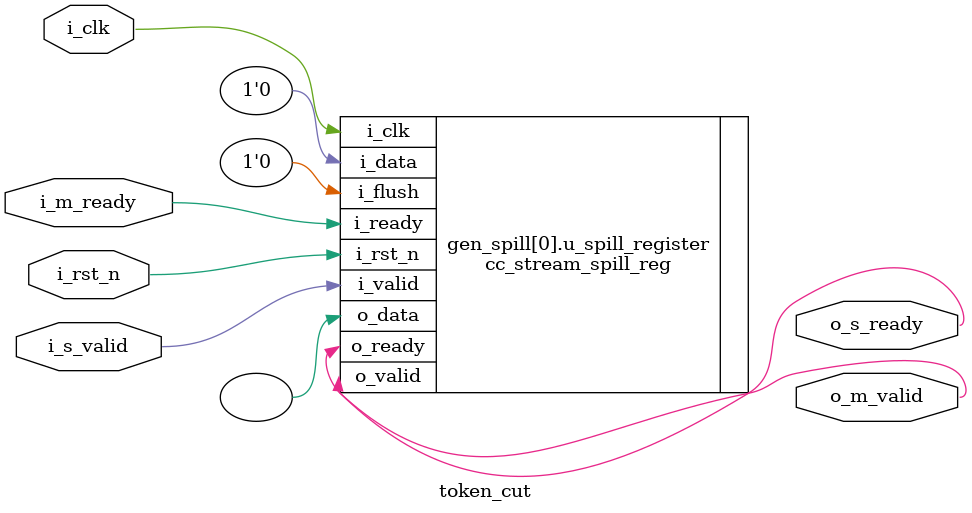
<source format=sv>


module token_cut #(
  /// The width of the data stream
  parameter int unsigned NumTokens = 1,
  /// Bypass the internal spill register.
  parameter bit Bypass = 1'b0
)(
  input  logic                 i_clk,
  input  logic                 i_rst_n,
  input  logic [NumTokens-1:0] i_s_valid,
  output logic [NumTokens-1:0] o_s_ready,
  output logic [NumTokens-1:0] o_m_valid,
  input  logic [NumTokens-1:0] i_m_ready
);
  if (NumTokens == 0) $fatal(1, "Parameter: 'NumTokens' Must bot be 0;");

  for (genvar g = 0; unsigned'(g) < NumTokens; g++) begin : gen_spill
    cc_stream_spill_reg #(
      .DataWidth(1),
      .Bypass   (Bypass)
    ) u_spill_register (
      .i_clk,
      .i_rst_n,
      .i_flush(1'b0),
      .i_data ('0),
      .i_valid(i_s_valid[g]),
      .o_ready(o_s_ready[g]),
      .o_data (), // ASO-UNUSED_OUTPUT: not used
      .o_valid(o_m_valid[g]),
      .i_ready(i_m_ready[g])
    );
  end

endmodule

</source>
